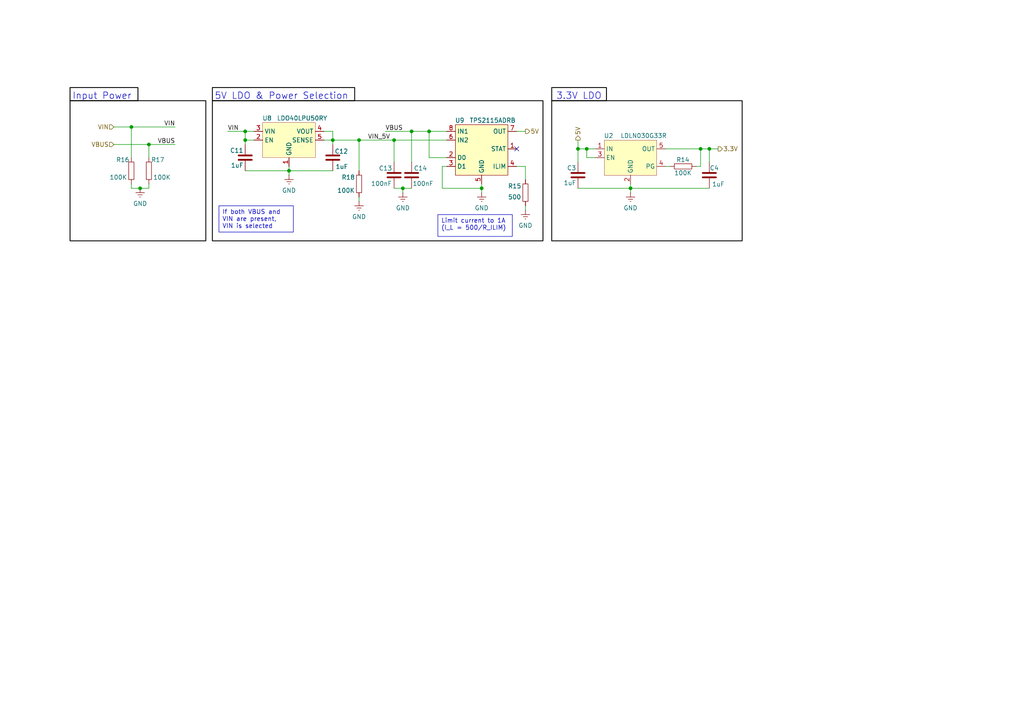
<source format=kicad_sch>
(kicad_sch (version 20250114) (generator "eeschema") (generator_version "9.0")
  (paper "A4")
  (lib_symbols
    (symbol "BrenoCQ:C" (pin_numbers (hide yes)) (pin_names (hide yes))
      (property "Reference" "C?" (at -2.54 2.54 0))
      (property "Value" "C" (at 2.54 2.54 0))
      (symbol "C_1_1"
        (polyline (pts (xy -1.27 0) (xy -0.635 0)))
        (polyline (pts (xy -0.635 1.905) (xy -0.635 -1.905)) (stroke (width 0.508)))
        (polyline (pts (xy 0.635 1.905) (xy 0.635 -1.905)) (stroke (width 0.508)))
        (polyline (pts (xy 1.27 0) (xy 0.635 0)))
        (pin passive line (at -3.81 0 0) (length 2.54) (name "1") (number "1"))
        (pin passive line (at 3.81 0 180) (length 2.54) (name "2") (number "2"))
      )
    )
    (symbol "BrenoCQ:GND" (power) (pin_numbers (hide yes)) (pin_names (offset 0) (hide yes))
      (property "Value" "GND" (at 0 -3.81 0))
      (symbol "GND_0_1"
        (polyline (pts (xy -0.635 -1.905) (xy 0.635 -1.905)))
        (polyline (pts (xy -0.127 -2.54) (xy 0.127 -2.54)))
        (polyline (pts (xy 0 -1.27) (xy 0 0)))
        (polyline (pts (xy 1.27 -1.27) (xy -1.27 -1.27)))
      )
      (symbol "GND_1_1"
        (pin power_in line (at 0 0 270) (length 0) (name "~") (number "1"))
      )
    )
    (symbol "BrenoCQ:LDO40LPU50RY"
      (property "Reference" "U?" (at -6.35 6.35 0))
      (property "Value" "LDO40LPU50RY" (at 4.445 6.35 0))
      (symbol "LDO40LPU50RY_1_0"
        (rectangle (start -7.62 5.08) (end 7.62 -5.08) (stroke (width 0.0254) (color 128 0 0 1)) (fill (type background)))
        (pin power_in line (at -10.16 2.54 0) (length 2.54) (name "VIN") (number "3"))
        (pin input line (at -10.16 0 0) (length 2.54) (name "EN") (number "2"))
        (pin power_in line (at 0 -7.62 90) (length 2.54) (name "GND") (number "1"))
        (pin power_in line (at 0 -7.62 90) (length 2.54) (hide yes) (name "PAD") (number "PAD"))
        (pin power_out line (at 10.16 2.54 180) (length 2.54) (name "VOUT") (number "4"))
        (pin input line (at 10.16 0 180) (length 2.54) (name "SENSE") (number "5"))
        (pin no_connect line (at 10.16 -2.54 180) (length 2.54) (hide yes) (name "NC") (number "6"))
      )
    )
    (symbol "BrenoCQ:R" (pin_numbers (hide yes)) (pin_names (offset 0) (hide yes))
      (property "Reference" "R?" (at -1.905 1.905 0))
      (property "Value" "R" (at 2.54 1.905 0))
      (symbol "R_0_1"
        (rectangle (start -2.54 0.762) (end 2.54 -0.762))
      )
      (symbol "R_1_1"
        (pin passive line (at -3.81 0 0) (length 1.27) (name "1") (number "1"))
        (pin passive line (at 3.81 0 180) (length 1.27) (name "2") (number "2"))
      )
    )
    (symbol "BrenoCQ:TPS2115ADRB"
      (property "Reference" "U?" (at -6.35 8.255 0))
      (property "Value" "TPS2115ADRB" (at 3.175 8.255 0))
      (symbol "TPS2115ADRB_1_0"
        (pin power_in line (at -10.16 5.08 0) (length 2.54) (name "IN1") (number "8"))
        (pin power_in line (at -10.16 2.54 0) (length 2.54) (name "IN2") (number "6"))
        (pin input line (at -10.16 -2.54 0) (length 2.54) (name "D0") (number "2"))
        (pin input line (at -10.16 -5.08 0) (length 2.54) (name "D1") (number "3"))
        (pin power_in line (at 0 -10.16 90) (length 2.54) (name "GND") (number "5"))
        (pin power_in line (at 0 -10.16 90) (length 2.54) (hide yes) (name "PAD") (number "PAD"))
        (pin power_out line (at 10.16 5.08 180) (length 2.54) (name "OUT") (number "7"))
        (pin output line (at 10.16 0 180) (length 2.54) (name "STAT") (number "1"))
        (pin input line (at 10.16 -5.08 180) (length 2.54) (name "ILIM") (number "4"))
      )
      (symbol "TPS2115ADRB_1_1"
        (rectangle (start -7.62 6.985) (end 7.62 -7.62) (fill (type background)))
      )
    )
    (symbol "LDLN030G33R_1"
      (property "Reference" "U?" (at -8.255 6.35 0))
      (property "Value" "LDLN030G33R" (at -0.635 -19.05 0))
      (symbol "LDLN030G33R_1_1_0"
        (rectangle (start -7.62 5.08) (end 7.62 -5.08) (stroke (width 0.0254) (color 128 0 0 1)) (fill (type background)))
        (pin power_in line (at -10.16 2.54 0) (length 2.54) (name "IN") (number "1"))
        (pin input line (at -10.16 0 0) (length 2.54) (name "EN") (number "3"))
        (pin power_in line (at 0 -7.62 90) (length 2.54) (name "GND") (number "2"))
        (pin power_out line (at 10.16 2.54 180) (length 2.54) (name "OUT") (number "5"))
        (pin output line (at 10.16 -2.54 180) (length 2.54) (name "PG") (number "4"))
      )
    )
  )
  (rectangle (start 20.32 25.4) (end 40.005 29.21) (stroke (width 0.254) (color 0 0 0 1)))
  (rectangle (start 160.02 25.4) (end 175.895 29.21) (stroke (width 0.254) (color 0 0 0 1)))
  (rectangle (start 61.595 25.4) (end 102.87 29.21) (stroke (width 0.254) (color 0 0 0 1)))
  (rectangle (start 160.02 29.21) (end 215.265 69.85) (stroke (width 0.254) (color 0 0 0 1)))
  (rectangle (start 61.595 29.21) (end 157.48 69.85) (stroke (width 0.254) (color 0 0 0 1)))
  (rectangle (start 20.32 29.21) (end 59.69 69.85) (stroke (width 0.254) (color 0 0 0 1)))
  (text "Input Power" (at 20.955 27.94 0) (effects (font (size 1.905 1.905)) (justify left)))
  (text "3.3V LDO" (at 161.29 27.94 0) (effects (font (size 1.905 1.905)) (justify left)))
  (text "5V LDO & Power Selection" (at 62.23 27.94 0) (effects (font (size 1.905 1.905)) (justify left)))
  (text_box "Limit current to 1A\n(I_L = 500/R_ILIM)" (at 127 62.23 0) (size 21.59 6.35) (margins 0.9525 0.9525 0.9525 0.9525) (effects (font (size 1.27 1.27)) (justify left top)))
  (text_box "If both VBUS and VIN are present, VIN is selected" (at 63.5 59.69 0) (size 21.59 7.62) (margins 0.9525 0.9525 0.9525 0.9525) (effects (font (size 1.27 1.27)) (justify left top)))
  (junction (at 38.1 36.83))
  (junction (at 71.12 38.1))
  (junction (at 71.12 40.64))
  (junction (at 205.74 43.18))
  (junction (at 182.88 54.61))
  (junction (at 40.64 54.61))
  (junction (at 167.64 43.18))
  (junction (at 96.52 40.64))
  (junction (at 124.46 38.1))
  (junction (at 116.84 54.61))
  (junction (at 119.38 38.1))
  (junction (at 83.82 49.53))
  (junction (at 203.2 43.18))
  (junction (at 104.14 40.64))
  (junction (at 43.18 41.91))
  (junction (at 139.7 54.61))
  (junction (at 114.3 40.64))
  (junction (at 170.18 43.18))
  (no_connect (at 149.86 43.18))
  (wire (pts (xy 116.84 54.61) (xy 116.84 55.88)))
  (wire (pts (xy 205.74 43.18) (xy 205.74 46.99)))
  (wire (pts (xy 71.12 38.1) (xy 73.66 38.1)))
  (wire (pts (xy 139.7 54.61) (xy 139.7 55.88)))
  (wire (pts (xy 128.27 54.61) (xy 139.7 54.61)))
  (wire (pts (xy 93.98 38.1) (xy 96.52 38.1)))
  (wire (pts (xy 152.4 48.26) (xy 152.4 52.07)))
  (wire (pts (xy 43.18 54.61) (xy 40.64 54.61)))
  (wire (pts (xy 114.3 40.64) (xy 129.54 40.64)))
  (wire (pts (xy 43.18 53.34) (xy 43.18 54.61)))
  (wire (pts (xy 116.84 54.61) (xy 114.3 54.61)))
  (wire (pts (xy 83.82 49.53) (xy 96.52 49.53)))
  (wire (pts (xy 203.2 43.18) (xy 203.2 48.26)))
  (wire (pts (xy 149.86 38.1) (xy 152.4 38.1)))
  (wire (pts (xy 170.18 43.18) (xy 167.64 43.18)))
  (wire (pts (xy 182.88 53.34) (xy 182.88 54.61)))
  (wire (pts (xy 66.04 38.1) (xy 71.12 38.1)))
  (wire (pts (xy 172.72 45.72) (xy 170.18 45.72)))
  (wire (pts (xy 111.76 38.1) (xy 119.38 38.1)))
  (wire (pts (xy 40.64 54.61) (xy 38.1 54.61)))
  (wire (pts (xy 38.1 36.83) (xy 38.1 45.72)))
  (wire (pts (xy 71.12 40.64) (xy 73.66 40.64)))
  (wire (pts (xy 119.38 38.1) (xy 119.38 46.99)))
  (wire (pts (xy 71.12 49.53) (xy 83.82 49.53)))
  (wire (pts (xy 128.27 48.26) (xy 128.27 54.61)))
  (wire (pts (xy 43.18 41.91) (xy 43.18 45.72)))
  (wire (pts (xy 152.4 59.69) (xy 152.4 60.96)))
  (wire (pts (xy 71.12 38.1) (xy 71.12 40.64)))
  (wire (pts (xy 129.54 48.26) (xy 128.27 48.26)))
  (wire (pts (xy 167.64 40.64) (xy 167.64 43.18)))
  (wire (pts (xy 83.82 50.8) (xy 83.82 49.53)))
  (wire (pts (xy 201.93 48.26) (xy 203.2 48.26)))
  (wire (pts (xy 205.74 43.18) (xy 208.28 43.18)))
  (wire (pts (xy 33.02 41.91) (xy 43.18 41.91)))
  (wire (pts (xy 43.18 41.91) (xy 50.8 41.91)))
  (wire (pts (xy 182.88 54.61) (xy 182.88 55.88)))
  (wire (pts (xy 96.52 40.64) (xy 96.52 41.91)))
  (wire (pts (xy 38.1 36.83) (xy 50.8 36.83)))
  (wire (pts (xy 203.2 43.18) (xy 205.74 43.18)))
  (wire (pts (xy 129.54 45.72) (xy 124.46 45.72)))
  (wire (pts (xy 71.12 40.64) (xy 71.12 41.91)))
  (wire (pts (xy 104.14 57.15) (xy 104.14 58.42)))
  (wire (pts (xy 193.04 43.18) (xy 203.2 43.18)))
  (wire (pts (xy 167.64 54.61) (xy 182.88 54.61)))
  (wire (pts (xy 38.1 53.34) (xy 38.1 54.61)))
  (wire (pts (xy 170.18 43.18) (xy 170.18 45.72)))
  (wire (pts (xy 33.02 36.83) (xy 38.1 36.83)))
  (wire (pts (xy 104.14 40.64) (xy 114.3 40.64)))
  (wire (pts (xy 104.14 40.64) (xy 104.14 49.53)))
  (wire (pts (xy 83.82 48.26) (xy 83.82 49.53)))
  (wire (pts (xy 167.64 43.18) (xy 167.64 46.99)))
  (wire (pts (xy 172.72 43.18) (xy 170.18 43.18)))
  (wire (pts (xy 124.46 38.1) (xy 124.46 45.72)))
  (wire (pts (xy 93.98 40.64) (xy 96.52 40.64)))
  (wire (pts (xy 114.3 40.64) (xy 114.3 46.99)))
  (wire (pts (xy 182.88 54.61) (xy 205.74 54.61)))
  (wire (pts (xy 193.04 48.26) (xy 194.31 48.26)))
  (wire (pts (xy 139.7 54.61) (xy 139.7 53.34)))
  (wire (pts (xy 116.84 54.61) (xy 119.38 54.61)))
  (wire (pts (xy 149.86 48.26) (xy 152.4 48.26)))
  (wire (pts (xy 96.52 40.64) (xy 104.14 40.64)))
  (wire (pts (xy 119.38 38.1) (xy 124.46 38.1)))
  (wire (pts (xy 96.52 38.1) (xy 96.52 40.64)))
  (wire (pts (xy 124.46 38.1) (xy 129.54 38.1)))
  (label "VIN_5V" (at 106.68 40.64 0))
  (label "VIN" (at 66.04 38.1 0))
  (label "VBUS" (at 111.76 38.1 0))
  (label "VIN" (at 50.8 36.83 180))
  (label "VBUS" (at 50.8 41.91 180))
  (hierarchical_label "5V" (shape output) (at 152.4 38.1 0))
  (hierarchical_label "VIN" (shape input) (at 33.02 36.83 180))
  (hierarchical_label "3.3V" (shape output) (at 208.28 43.18 0))
  (hierarchical_label "5V" (shape output) (at 167.64 40.64 90))
  (hierarchical_label "VBUS" (shape input) (at 33.02 41.91 180))
  (symbol (lib_id "BrenoCQ:R") (at 43.18 49.53 270) (unit 1)
    (property "Reference" "R17" (at 43.815 46.355 90) (effects (justify left)))
    (property "Value" "100K" (at 49.53 51.435 90) (effects (justify right)))
    (property "Footprint" "BrenoCQ:R_0402" (effects (hide yes)))
    (property "Description" "Resistor" (effects (hide yes)))
  )
  (symbol (lib_id "BrenoCQ:C") (at 71.12 45.72 90) (unit 1)
    (property "Reference" "C11" (at 70.612 42.926 90) (effects (justify left bottom)))
    (property "Value" "1uF" (at 70.612 47.244 90) (effects (justify left bottom)))
    (property "Footprint" "BrenoCQ:C_0402" (effects (hide yes)))
    (property "Description" "Unpolarized capacitor" (effects (hide yes)))
  )
  (symbol (lib_id "BrenoCQ:R") (at 38.1 49.53 270) (unit 1)
    (property "Reference" "R16" (at 33.655 46.355 90) (effects (justify left)))
    (property "Value" "100K" (at 31.75 51.435 90) (effects (justify left)))
    (property "Footprint" "BrenoCQ:R_0402" (effects (hide yes)))
    (property "Description" "Resistor" (effects (hide yes)))
  )
  (symbol (lib_id "BrenoCQ:GND") (at 182.88 55.88 0) (unit 1)
    (property "Reference" "#PWR0116" (effects (hide yes)))
    (property "Value" "GND" (at 182.88 60.325 0))
    (property "Description" "Ground power symbol" (effects (hide yes)))
  )
  (symbol (lib_id "BrenoCQ:R") (at 152.4 55.88 270) (unit 1)
    (property "Reference" "R15" (at 147.32 53.975 90) (effects (justify left)))
    (property "Value" "500" (at 147.32 57.15 90) (effects (justify left)))
    (property "Footprint" "BrenoCQ:R_0402" (effects (hide yes)))
    (property "Description" "Resistor" (effects (hide yes)))
  )
  (symbol (lib_id "BrenoCQ:C") (at 119.38 50.8 270) (unit 1)
    (property "Reference" "C14" (at 120.015 49.53 90) (effects (justify left bottom)))
    (property "Value" "100nF" (at 125.73 53.975 90) (effects (justify right bottom)))
    (property "Footprint" "BrenoCQ:C_0402" (effects (hide yes)))
    (property "Description" "Unpolarized capacitor" (effects (hide yes)))
  )
  (symbol (lib_id "BrenoCQ:R") (at 104.14 53.34 270) (unit 1)
    (property "Reference" "R18" (at 99.06 51.435 90) (effects (justify left)))
    (property "Value" "100K" (at 97.79 55.245 90) (effects (justify left)))
    (property "Footprint" "BrenoCQ:R_0402" (effects (hide yes)))
    (property "Description" "Resistor" (effects (hide yes)))
  )
  (symbol (lib_id "BrenoCQ:GND") (at 139.7 55.88 0) (unit 1)
    (property "Reference" "#PWR09" (effects (hide yes)))
    (property "Value" "GND" (at 139.7 60.325 0))
    (property "Description" "Ground power symbol" (effects (hide yes)))
  )
  (symbol (lib_id "BrenoCQ:LDO40LPU50RY") (at 83.82 40.64 0) (unit 1)
    (property "Reference" "U8" (at 77.47 34.29 0))
    (property "Value" "LDO40LPU50RY" (at 87.63 34.29 0))
    (property "Footprint" "BrenoCQ:DFN-6-3x3" (effects (hide yes)))
    (property "Datasheet" "https://www.st.com/resource/en/datasheet/ldo40l.pdf" (effects (hide yes)))
    (property "Description" "LDO Voltage Regulators 400 mA 5 V output, 38 V input low-dropout regulator, 45 uA quiescent current" (effects (hide yes)))
  )
  (symbol (lib_id "BrenoCQ:TPS2115ADRB") (at 139.7 43.18 0) (unit 1)
    (property "Reference" "U9" (at 133.35 34.925 0))
    (property "Value" "TPS2115ADRB" (at 142.875 34.925 0))
    (property "Footprint" "BrenoCQ:VSON-8" (effects (hide yes)))
    (property "Datasheet" "https://www.ti.com/lit/ds/symlink/tps2115a.pdf?ts=1751099558073" (effects (hide yes)))
    (property "Description" "Two-Input, One-Output Power Multiplexer. Input 2.8 V to 5.5 V" (effects (hide yes)))
  )
  (symbol (lib_id "BrenoCQ:GND") (at 152.4 60.96 0) (unit 1)
    (property "Reference" "#PWR010" (effects (hide yes)))
    (property "Value" "GND" (at 152.4 65.405 0))
    (property "Description" "Ground power symbol" (effects (hide yes)))
  )
  (symbol (lib_id "BrenoCQ:C") (at 114.3 50.8 270) (unit 1)
    (property "Reference" "C13" (at 109.855 49.53 90) (effects (justify left bottom)))
    (property "Value" "100nF" (at 113.665 53.975 90) (effects (justify right bottom)))
    (property "Footprint" "BrenoCQ:C_0402" (effects (hide yes)))
    (property "Description" "Unpolarized capacitor" (effects (hide yes)))
  )
  (symbol (lib_id "BrenoCQ:GND") (at 104.14 58.42 0) (unit 1)
    (property "Reference" "#PWR012" (effects (hide yes)))
    (property "Value" "GND" (at 104.14 62.865 0))
    (property "Description" "Ground power symbol" (effects (hide yes)))
  )
  (symbol (lib_id "BrenoCQ:GND") (at 83.82 50.8 0) (unit 1)
    (property "Reference" "#PWR08" (effects (hide yes)))
    (property "Value" "GND" (at 83.82 55.245 0))
    (property "Description" "Ground power symbol" (effects (hide yes)))
  )
  (symbol (lib_id "BrenoCQ:C") (at 167.64 50.8 90) (unit 1)
    (property "Reference" "C3" (at 167.132 48.006 90) (effects (justify left bottom)))
    (property "Value" "1uF" (at 167.132 52.324 90) (effects (justify left bottom)))
    (property "Footprint" "BrenoCQ:C_0402" (effects (hide yes)))
    (property "Description" "Unpolarized capacitor" (effects (hide yes)))
  )
  (symbol (lib_id "BrenoCQ:C") (at 205.74 50.8 90) (unit 1)
    (property "Reference" "C4" (at 208.534 48.006 90) (effects (justify left bottom)))
    (property "Value" "1uF" (at 210.185 52.705 90) (effects (justify left bottom)))
    (property "Footprint" "BrenoCQ:C_0402" (effects (hide yes)))
    (property "Description" "Unpolarized capacitor" (effects (hide yes)))
  )
  (symbol (lib_id "BrenoCQ:R") (at 198.12 48.26 180) (unit 1)
    (property "Reference" "R14" (at 200.025 46.355 0) (effects (justify left)))
    (property "Value" "100K" (at 200.66 50.165 0) (effects (justify left)))
    (property "Footprint" "BrenoCQ:R_0402" (effects (hide yes)))
    (property "Description" "Resistor" (effects (hide yes)))
  )
  (symbol (lib_name "LDLN030G33R_1") (lib_id "BrenoCQ:LDLN030G33R") (at 182.88 45.72 0) (unit 1)
    (property "Reference" "U2" (at 176.53 39.37 0))
    (property "Value" "LDLN030G33R" (at 186.69 39.37 0))
    (property "Footprint" "BrenoCQ:TSOT-23-5" (effects (hide yes)))
    (property "Datasheet" "https://www.st.com/resource/en/datasheet/ldln030.pdf" (effects (hide yes)))
    (property "Description" "LDO Voltage Regulators 300mA 3.3V ultra-low noise LDO Power Good and Soft Start" (effects (hide yes)))
  )
  (symbol (lib_id "BrenoCQ:C") (at 96.52 45.72 90) (unit 1)
    (property "Reference" "C12" (at 100.965 43.18 90) (effects (justify left bottom)))
    (property "Value" "1uF" (at 100.965 47.625 90) (effects (justify left bottom)))
    (property "Footprint" "BrenoCQ:C_0402" (effects (hide yes)))
    (property "Description" "Unpolarized capacitor" (effects (hide yes)))
  )
  (symbol (lib_id "BrenoCQ:GND") (at 40.64 54.61 0) (unit 1)
    (property "Reference" "#PWR011" (effects (hide yes)))
    (property "Value" "GND" (at 40.64 59.055 0))
    (property "Description" "Ground power symbol" (effects (hide yes)))
  )
  (symbol (lib_id "BrenoCQ:GND") (at 116.84 55.88 0) (unit 1)
    (property "Reference" "#PWR07" (effects (hide yes)))
    (property "Value" "GND" (at 116.84 60.325 0))
    (property "Description" "Ground power symbol" (effects (hide yes)))
  )
)
</source>
